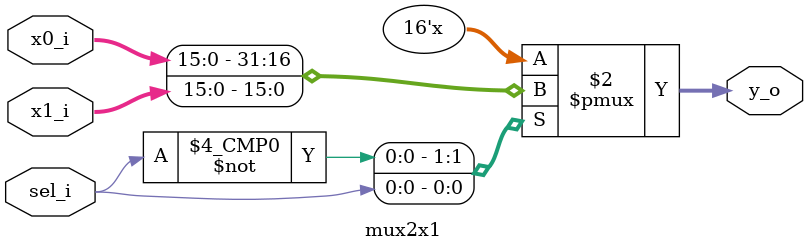
<source format=sv>
module mux2x1(
	x0_i,
	x1_i,
	sel_i,
	y_o
);

	input logic [15:0] x0_i, x1_i;
	input logic sel_i;
	output logic [15:0] y_o;

	always_comb begin:mux2x1_logic

		case(sel_i)

			1'b0 : y_o = x0_i;
			1'b1 : y_o = x1_i;
			default: y_o = 1'bx;

		endcase

	end:mux2x1_logic

endmodule:mux2x1
</source>
